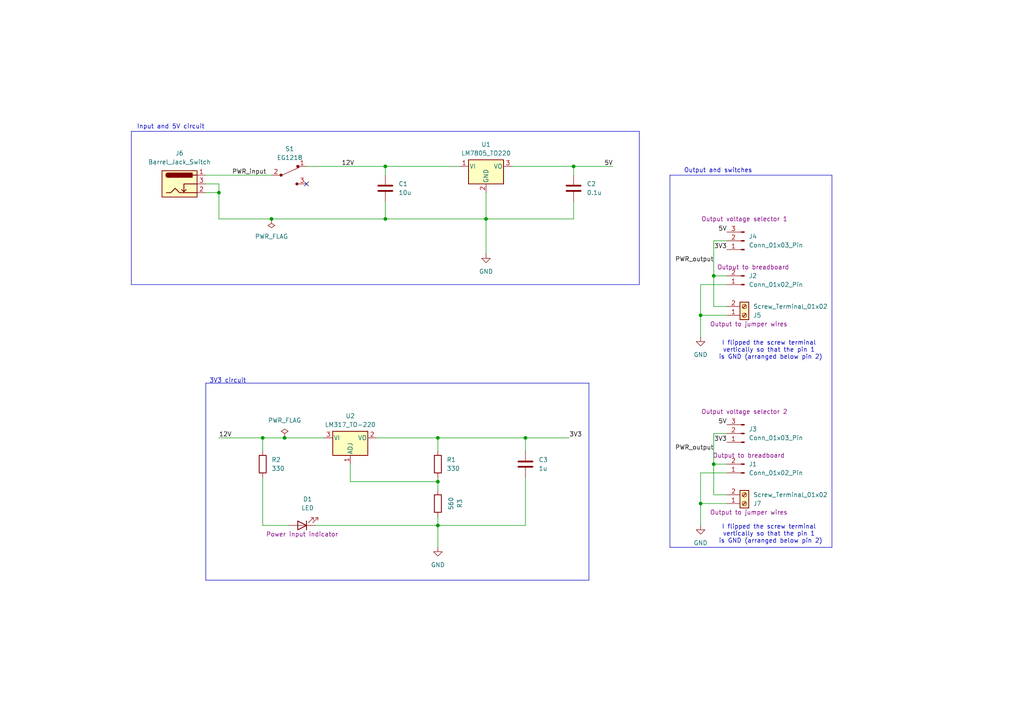
<source format=kicad_sch>
(kicad_sch (version 20250114) (generator "eeschema") (generator_version "9.0")
  (paper "A4")
  (title_block (title "Breadboard Power Supply") (date "2025-12-19") (rev "Version 1") (company "Matthew"))
  (lib_symbols
    (symbol "Connector:Barrel_Jack_Switch" (pin_names (hide yes))
      (property "Reference" "J" (at 0 5.334 0))
      (property "Value" "Barrel_Jack_Switch" (at 0 -5.08 0))
      (symbol "Barrel_Jack_Switch_0_1"
        (rectangle (start -5.08 3.81) (end 5.08 -3.81) (stroke (width 0.254)) (fill (type background)))
        (polyline (pts (xy -3.81 -2.54) (xy -2.54 -2.54) (xy -1.27 -1.27) (xy 0 -2.54) (xy 2.54 -2.54) (xy 5.08 -2.54)) (stroke (width 0.254)))
        (arc (start -3.302 1.905) (mid -3.9343 2.54) (end -3.302 3.175) (stroke (width 0.254)))
        (arc (start -3.302 1.905) (mid -3.9343 2.54) (end -3.302 3.175) (stroke (width 0.254)) (fill (type outline)))
        (polyline (pts (xy 1.27 -2.286) (xy 1.905 -1.651)) (stroke (width 0.254)))
        (rectangle (start 3.683 3.175) (end -3.302 1.905) (stroke (width 0.254)) (fill (type outline)))
        (polyline (pts (xy 5.08 2.54) (xy 3.81 2.54)) (stroke (width 0.254)))
        (polyline (pts (xy 5.08 0) (xy 1.27 0) (xy 1.27 -2.286) (xy 0.635 -1.651)) (stroke (width 0.254)))
      )
      (symbol "Barrel_Jack_Switch_1_1"
        (pin passive line (at 7.62 2.54 180) (length 2.54) (name "~") (number "1"))
        (pin passive line (at 7.62 0 180) (length 2.54) (name "~") (number "3"))
        (pin passive line (at 7.62 -2.54 180) (length 2.54) (name "~") (number "2"))
      )
    )
    (symbol "Connector:Conn_01x02_Pin" (pin_names (offset 1.016) (hide yes))
      (property "Reference" "J" (at 0 2.54 0))
      (property "Value" "Conn_01x02_Pin" (at 0 -5.08 0))
      (symbol "Conn_01x02_Pin_1_1"
        (rectangle (start 0.8636 0.127) (end 0 -0.127) (stroke (width 0.1524)) (fill (type outline)))
        (rectangle (start 0.8636 -2.413) (end 0 -2.667) (stroke (width 0.1524)) (fill (type outline)))
        (polyline (pts (xy 1.27 0) (xy 0.8636 0)) (stroke (width 0.1524)))
        (polyline (pts (xy 1.27 -2.54) (xy 0.8636 -2.54)) (stroke (width 0.1524)))
        (pin passive line (at 5.08 0 180) (length 3.81) (name "Pin_1") (number "1"))
        (pin passive line (at 5.08 -2.54 180) (length 3.81) (name "Pin_2") (number "2"))
      )
    )
    (symbol "Connector:Conn_01x03_Pin" (pin_names (offset 1.016) (hide yes))
      (property "Reference" "J" (at 0 5.08 0))
      (property "Value" "Conn_01x03_Pin" (at 0 -5.08 0))
      (symbol "Conn_01x03_Pin_1_1"
        (rectangle (start 0.8636 2.667) (end 0 2.413) (stroke (width 0.1524)) (fill (type outline)))
        (rectangle (start 0.8636 0.127) (end 0 -0.127) (stroke (width 0.1524)) (fill (type outline)))
        (rectangle (start 0.8636 -2.413) (end 0 -2.667) (stroke (width 0.1524)) (fill (type outline)))
        (polyline (pts (xy 1.27 2.54) (xy 0.8636 2.54)) (stroke (width 0.1524)))
        (polyline (pts (xy 1.27 0) (xy 0.8636 0)) (stroke (width 0.1524)))
        (polyline (pts (xy 1.27 -2.54) (xy 0.8636 -2.54)) (stroke (width 0.1524)))
        (pin passive line (at 5.08 2.54 180) (length 3.81) (name "Pin_1") (number "1"))
        (pin passive line (at 5.08 0 180) (length 3.81) (name "Pin_2") (number "2"))
        (pin passive line (at 5.08 -2.54 180) (length 3.81) (name "Pin_3") (number "3"))
      )
    )
    (symbol "Connector:Screw_Terminal_01x02" (pin_names (offset 1.016) (hide yes))
      (property "Reference" "J" (at 0 2.54 0))
      (property "Value" "Screw_Terminal_01x02" (at 0 -5.08 0))
      (symbol "Screw_Terminal_01x02_1_1"
        (rectangle (start -1.27 1.27) (end 1.27 -3.81) (stroke (width 0.254)) (fill (type background)))
        (polyline (pts (xy -0.5334 0.3302) (xy 0.3302 -0.508)) (stroke (width 0.1524)))
        (polyline (pts (xy -0.5334 -2.2098) (xy 0.3302 -3.048)) (stroke (width 0.1524)))
        (polyline (pts (xy -0.3556 0.508) (xy 0.508 -0.3302)) (stroke (width 0.1524)))
        (polyline (pts (xy -0.3556 -2.032) (xy 0.508 -2.8702)) (stroke (width 0.1524)))
        (circle (center 0 0) (radius 0.635) (stroke (width 0.1524)))
        (circle (center 0 -2.54) (radius 0.635) (stroke (width 0.1524)))
        (pin passive line (at -5.08 0 0) (length 3.81) (name "Pin_1") (number "1"))
        (pin passive line (at -5.08 -2.54 0) (length 3.81) (name "Pin_2") (number "2"))
      )
    )
    (symbol "Device:C" (pin_numbers (hide yes)) (pin_names (offset 0.254))
      (property "Reference" "C" (at 0.635 2.54 0))
      (property "Value" "C" (at 0.635 -2.54 0))
      (symbol "C_0_1"
        (polyline (pts (xy -2.032 0.762) (xy 2.032 0.762)) (stroke (width 0.508)))
        (polyline (pts (xy -2.032 -0.762) (xy 2.032 -0.762)) (stroke (width 0.508)))
      )
      (symbol "C_1_1"
        (pin passive line (at 0 3.81 270) (length 2.794) (name "~") (number "1"))
        (pin passive line (at 0 -3.81 90) (length 2.794) (name "~") (number "2"))
      )
    )
    (symbol "Device:LED" (pin_numbers (hide yes)) (pin_names (offset 1.016) (hide yes))
      (property "Reference" "D" (at 0 2.54 0))
      (property "Value" "LED" (at 0 -2.54 0))
      (symbol "LED_0_1"
        (polyline (pts (xy -3.048 -0.762) (xy -4.572 -2.286) (xy -3.81 -2.286) (xy -4.572 -2.286) (xy -4.572 -1.524)))
        (polyline (pts (xy -1.778 -0.762) (xy -3.302 -2.286) (xy -2.54 -2.286) (xy -3.302 -2.286) (xy -3.302 -1.524)))
        (polyline (pts (xy -1.27 0) (xy 1.27 0)))
        (polyline (pts (xy -1.27 -1.27) (xy -1.27 1.27)) (stroke (width 0.254)))
        (polyline (pts (xy 1.27 -1.27) (xy 1.27 1.27) (xy -1.27 0) (xy 1.27 -1.27)) (stroke (width 0.254)))
      )
      (symbol "LED_1_1"
        (pin passive line (at -3.81 0 0) (length 2.54) (name "K") (number "1"))
        (pin passive line (at 3.81 0 180) (length 2.54) (name "A") (number "2"))
      )
    )
    (symbol "Device:R" (pin_numbers (hide yes)) (pin_names (offset 0))
      (property "Reference" "R" (at 2.032 0 90))
      (property "Value" "R" (at 0 0 90))
      (symbol "R_0_1"
        (rectangle (start -1.016 -2.54) (end 1.016 2.54) (stroke (width 0.254)))
      )
      (symbol "R_1_1"
        (pin passive line (at 0 3.81 270) (length 1.27) (name "~") (number "1"))
        (pin passive line (at 0 -3.81 90) (length 1.27) (name "~") (number "2"))
      )
    )
    (symbol "Regulator_Linear:LM317_TO-220" (pin_names (offset 0.254))
      (property "Reference" "U" (at -3.81 3.175 0))
      (property "Value" "LM317_TO-220" (at 0 3.175 0))
      (symbol "LM317_TO-220_0_1"
        (rectangle (start -5.08 1.905) (end 5.08 -5.08) (stroke (width 0.254)) (fill (type background)))
      )
      (symbol "LM317_TO-220_1_1"
        (pin power_in line (at -7.62 0 0) (length 2.54) (name "VI") (number "3"))
        (pin input line (at 0 -7.62 90) (length 2.54) (name "ADJ") (number "1"))
        (pin power_out line (at 7.62 0 180) (length 2.54) (name "VO") (number "2"))
      )
    )
    (symbol "Regulator_Linear:LM7805_TO220" (pin_names (offset 0.254))
      (property "Reference" "U" (at -3.81 3.175 0))
      (property "Value" "LM7805_TO220" (at 0 3.175 0))
      (symbol "LM7805_TO220_0_1"
        (rectangle (start -5.08 1.905) (end 5.08 -5.08) (stroke (width 0.254)) (fill (type background)))
      )
      (symbol "LM7805_TO220_1_1"
        (pin power_in line (at -7.62 0 0) (length 2.54) (name "VI") (number "1"))
        (pin power_in line (at 0 -7.62 90) (length 2.54) (name "GND") (number "2"))
        (pin power_out line (at 7.62 0 180) (length 2.54) (name "VO") (number "3"))
      )
    )
    (symbol "dk_Slide-Switches:EG1218" (pin_names (offset 0))
      (property "Reference" "S" (at -3.81 2.286 0))
      (property "Value" "EG1218" (at 0 -5.334 0))
      (symbol "EG1218_0_1"
        (circle (center -2.286 0) (radius 0.3556) (fill (type outline)))
        (polyline (pts (xy -2.032 0) (xy 3.048 2.286)))
        (circle (center 2.286 -2.54) (radius 0.3556) (fill (type outline)))
        (circle (center 2.54 2.54) (radius 0.3556) (fill (type outline)))
      )
      (symbol "EG1218_1_1"
        (pin passive line (at -5.08 0 0) (length 2.54) (name "~") (number "2"))
        (pin passive line (at 5.08 2.54 180) (length 2.54) (name "~") (number "1"))
        (pin passive line (at 5.08 -2.54 180) (length 2.54) (name "~") (number "3"))
      )
    )
    (symbol "power:GND" (power) (pin_numbers (hide yes)) (pin_names (offset 0) (hide yes))
      (property "Value" "GND" (at 0 -3.81 0))
      (symbol "GND_0_1"
        (polyline (pts (xy 0 0) (xy 0 -1.27) (xy 1.27 -1.27) (xy 0 -2.54) (xy -1.27 -1.27) (xy 0 -1.27)))
      )
      (symbol "GND_1_1"
        (pin power_in line (at 0 0 270) (length 0) (name "~") (number "1"))
      )
    )
    (symbol "power:PWR_FLAG" (power) (pin_numbers (hide yes)) (pin_names (offset 0) (hide yes))
      (property "Value" "PWR_FLAG" (at 0 3.81 0))
      (symbol "PWR_FLAG_0_0"
        (pin power_out line (at 0 0 90) (length 0) (name "~") (number "1"))
      )
      (symbol "PWR_FLAG_0_1"
        (polyline (pts (xy 0 0) (xy 0 1.27) (xy -1.016 1.905) (xy 0 2.54) (xy 1.016 1.905) (xy 0 1.27)))
      )
    )
  )
  (text "Input and 5V circuit" (at 49.53 36.83 0) (effects (font (size 1.27 1.27))))
  (text "3V3 circuit" (at 66.04 110.49 0) (effects (font (size 1.27 1.27))))
  (text "I flipped the screw terminal \nvertically so that the pin 1 \nis GND (arranged below pin 2)" (at 223.52 154.94 0) (effects (font (size 1.27 1.27))))
  (text "I flipped the screw terminal \nvertically so that the pin 1 \nis GND (arranged below pin 2)" (at 223.52 101.6 0) (effects (font (size 1.27 1.27))))
  (text "Output and switches" (at 208.28 49.53 0) (effects (font (size 1.27 1.27))))
  (junction (at 152.4 127))
  (junction (at 127 127))
  (junction (at 111.76 48.26))
  (junction (at 207.01 80.01))
  (junction (at 127 152.4))
  (junction (at 127 139.7))
  (junction (at 82.55 127))
  (junction (at 111.76 63.5))
  (junction (at 203.2 91.44))
  (junction (at 203.2 146.05))
  (junction (at 76.2 127))
  (junction (at 140.97 63.5))
  (junction (at 166.37 48.26))
  (junction (at 63.5 55.88))
  (junction (at 78.74 63.5))
  (junction (at 207.01 134.62))
  (no_connect (at 88.9 53.34))
  (wire (pts (xy 152.4 127) (xy 127 127)))
  (wire (pts (xy 203.2 82.55) (xy 210.82 82.55)))
  (polyline (pts (xy 38.1 38.1) (xy 185.42 38.1)))
  (wire (pts (xy 203.2 82.55) (xy 203.2 91.44)))
  (wire (pts (xy 91.44 152.4) (xy 127 152.4)))
  (wire (pts (xy 76.2 127) (xy 76.2 130.81)))
  (wire (pts (xy 82.55 127) (xy 93.98 127)))
  (wire (pts (xy 63.5 63.5) (xy 78.74 63.5)))
  (wire (pts (xy 166.37 63.5) (xy 140.97 63.5)))
  (wire (pts (xy 207.01 80.01) (xy 207.01 88.9)))
  (wire (pts (xy 140.97 63.5) (xy 140.97 73.66)))
  (polyline (pts (xy 185.42 82.55) (xy 185.42 38.1)))
  (wire (pts (xy 166.37 48.26) (xy 166.37 50.8)))
  (wire (pts (xy 127 139.7) (xy 127 142.24)))
  (wire (pts (xy 63.5 53.34) (xy 63.5 55.88)))
  (wire (pts (xy 109.22 127) (xy 127 127)))
  (wire (pts (xy 140.97 55.88) (xy 140.97 63.5)))
  (wire (pts (xy 78.74 63.5) (xy 111.76 63.5)))
  (wire (pts (xy 76.2 138.43) (xy 76.2 152.4)))
  (wire (pts (xy 152.4 138.43) (xy 152.4 152.4)))
  (wire (pts (xy 148.59 48.26) (xy 166.37 48.26)))
  (wire (pts (xy 127 127) (xy 127 130.81)))
  (wire (pts (xy 76.2 152.4) (xy 83.82 152.4)))
  (polyline (pts (xy 38.1 82.55) (xy 185.42 82.55)))
  (wire (pts (xy 207.01 143.51) (xy 210.82 143.51)))
  (polyline (pts (xy 241.3 158.75) (xy 241.3 50.8)))
  (wire (pts (xy 63.5 127) (xy 76.2 127)))
  (wire (pts (xy 203.2 137.16) (xy 203.2 146.05)))
  (wire (pts (xy 76.2 127) (xy 82.55 127)))
  (wire (pts (xy 101.6 134.62) (xy 101.6 139.7)))
  (wire (pts (xy 111.76 48.26) (xy 111.76 50.8)))
  (wire (pts (xy 88.9 48.26) (xy 111.76 48.26)))
  (wire (pts (xy 59.69 50.8) (xy 78.74 50.8)))
  (wire (pts (xy 207.01 125.73) (xy 207.01 134.62)))
  (wire (pts (xy 210.82 137.16) (xy 203.2 137.16)))
  (wire (pts (xy 152.4 127) (xy 165.1 127)))
  (wire (pts (xy 210.82 134.62) (xy 207.01 134.62)))
  (wire (pts (xy 111.76 58.42) (xy 111.76 63.5)))
  (wire (pts (xy 111.76 63.5) (xy 140.97 63.5)))
  (wire (pts (xy 203.2 146.05) (xy 203.2 152.4)))
  (wire (pts (xy 127 152.4) (xy 127 158.75)))
  (wire (pts (xy 111.76 48.26) (xy 133.35 48.26)))
  (wire (pts (xy 166.37 58.42) (xy 166.37 63.5)))
  (wire (pts (xy 101.6 139.7) (xy 127 139.7)))
  (wire (pts (xy 207.01 69.85) (xy 207.01 80.01)))
  (polyline (pts (xy 59.69 111.125) (xy 170.815 111.125)))
  (wire (pts (xy 152.4 130.81) (xy 152.4 127)))
  (wire (pts (xy 127 152.4) (xy 127 149.86)))
  (wire (pts (xy 152.4 152.4) (xy 127 152.4)))
  (polyline (pts (xy 170.815 168.275) (xy 59.69 168.275)))
  (polyline (pts (xy 170.815 111.125) (xy 170.815 168.275)))
  (polyline (pts (xy 194.31 50.8) (xy 241.3 50.8)))
  (wire (pts (xy 210.82 69.85) (xy 207.01 69.85)))
  (wire (pts (xy 207.01 134.62) (xy 207.01 143.51)))
  (wire (pts (xy 207.01 88.9) (xy 210.82 88.9)))
  (wire (pts (xy 59.69 53.34) (xy 63.5 53.34)))
  (polyline (pts (xy 59.69 111.125) (xy 59.69 168.275)))
  (wire (pts (xy 210.82 80.01) (xy 207.01 80.01)))
  (wire (pts (xy 166.37 48.26) (xy 177.8 48.26)))
  (wire (pts (xy 127 138.43) (xy 127 139.7)))
  (polyline (pts (xy 194.31 50.8) (xy 194.31 158.75)))
  (wire (pts (xy 203.2 97.79) (xy 203.2 91.44)))
  (polyline (pts (xy 194.31 158.75) (xy 241.3 158.75)))
  (wire (pts (xy 210.82 125.73) (xy 207.01 125.73)))
  (wire (pts (xy 59.69 55.88) (xy 63.5 55.88)))
  (wire (pts (xy 210.82 146.05) (xy 203.2 146.05)))
  (wire (pts (xy 63.5 55.88) (xy 63.5 63.5)))
  (wire (pts (xy 203.2 91.44) (xy 210.82 91.44)))
  (polyline (pts (xy 38.1 38.1) (xy 38.1 82.55)))
  (label "PWR_output" (at 207.01 130.81 180))
  (label "12V" (at 99.06 48.26 0))
  (label "12V" (at 63.5 127 0))
  (label "3V3" (at 210.82 128.27 180))
  (label "PWR_input" (at 67.31 50.8 0))
  (label "3V3" (at 165.1 127 0))
  (label "5V" (at 175.26 48.26 0))
  (label "3V3" (at 210.82 72.39 180))
  (label "5V" (at 210.82 67.31 180))
  (label "5V" (at 210.82 123.19 180))
  (label "PWR_output" (at 207.01 76.2 180))
  (symbol (lib_id "dk_Slide-Switches:EG1218") (at 83.82 50.8 0) (unit 1)
    (property "Reference" "S1" (at 84.0232 43.18 0))
    (property "Value" "EG1218" (at 84.0232 45.72 0))
    (property "Footprint" "digikey-footprints:Switch_Slide_11.6x4mm_EG1218" (effects (hide yes)))
    (property "Datasheet" "http://spec_sheets.e-switch.com/specs/P040040.pdf" (effects (hide yes)))
    (property "Description" "SWITCH SLIDE SPDT 200MA 30V" (effects (hide yes)))
    (property "Digi-Key_PN" "EG1903-ND" (effects (hide yes)))
    (property "MPN" "EG1218" (effects (hide yes)))
    (property "Category" "Switches" (effects (hide yes)))
    (property "Family" "Slide Switches" (effects (hide yes)))
    (property "DK_Datasheet_Link" "http://spec_sheets.e-switch.com/specs/P040040.pdf" (effects (hide yes)))
    (property "DK_Detail_Page" "/product-detail/en/e-switch/EG1218/EG1903-ND/101726" (effects (hide yes)))
    (property "Description_1" "SWITCH SLIDE SPDT 200MA 30V" (effects (hide yes)))
    (property "Manufacturer" "E-Switch" (effects (hide yes)))
    (property "Status" "Active" (effects (hide yes)))
  )
  (symbol (lib_id "Device:C") (at 166.37 54.61 0) (unit 1)
    (property "Reference" "C2" (at 170.18 53.34 0) (effects (justify left)))
    (property "Value" "0.1u" (at 170.18 55.88 0) (effects (justify left)))
    (property "Footprint" "Capacitor_THT:C_Disc_D3.0mm_W1.6mm_P2.50mm" (effects (hide yes)))
    (property "Description" "Unpolarized capacitor" (effects (hide yes)))
  )
  (symbol (lib_id "Device:R") (at 127 134.62 180) (unit 1)
    (property "Reference" "R1" (at 129.54 133.35 0) (effects (justify right)))
    (property "Value" "330" (at 129.54 135.89 0) (effects (justify right)))
    (property "Footprint" "Resistor_THT:R_Axial_DIN0204_L3.6mm_D1.6mm_P7.62mm_Horizontal" (effects (hide yes)))
    (property "Description" "Resistor" (effects (hide yes)))
  )
  (symbol (lib_id "Connector:Conn_01x02_Pin") (at 215.9 82.55 180) (unit 1)
    (property "Reference" "J2" (at 217.17 80.01 0) (effects (justify right)))
    (property "Value" "Conn_01x02_Pin" (at 217.17 82.55 0) (effects (justify right)))
    (property "Footprint" "Connector_PinHeader_2.54mm:PinHeader_1x02_P2.54mm_Vertical" (effects (hide yes)))
    (property "Description" "Generic connector, single row, 01x02, script generated" (effects (hide yes)))
    (property "Purpose" "Output to breadboard" (at 218.44 77.47 0))
  )
  (symbol (lib_id "Device:R") (at 76.2 134.62 180) (unit 1)
    (property "Reference" "R2" (at 78.74 133.35 0) (effects (justify right)))
    (property "Value" "330" (at 78.74 135.89 0) (effects (justify right)))
    (property "Footprint" "Resistor_THT:R_Axial_DIN0204_L3.6mm_D1.6mm_P7.62mm_Horizontal" (effects (hide yes)))
    (property "Description" "Resistor" (effects (hide yes)))
  )
  (symbol (lib_id "power:PWR_FLAG") (at 78.74 63.5 180) (unit 1)
    (property "Reference" "#FLG01" (effects (hide yes)))
    (property "Value" "PWR_FLAG" (at 78.74 68.58 0))
    (property "Description" "Special symbol for telling ERC where power comes from" (effects (hide yes)))
  )
  (symbol (lib_id "Connector:Conn_01x03_Pin") (at 215.9 125.73 180) (unit 1)
    (property "Reference" "J3" (at 217.17 124.46 0) (effects (justify right)))
    (property "Value" "Conn_01x03_Pin" (at 217.17 127 0) (effects (justify right)))
    (property "Footprint" "Connector_PinHeader_2.54mm:PinHeader_1x03_P2.54mm_Vertical" (effects (hide yes)))
    (property "Description" "Generic connector, single row, 01x03, script generated" (effects (hide yes)))
    (property "Purpose" "Output voltage selector 2" (at 215.9 119.38 0))
  )
  (symbol (lib_id "power:PWR_FLAG") (at 82.55 127 0) (unit 1)
    (property "Reference" "#FLG02" (effects (hide yes)))
    (property "Value" "PWR_FLAG" (at 82.55 121.92 0))
    (property "Description" "Special symbol for telling ERC where power comes from" (effects (hide yes)))
  )
  (symbol (lib_id "power:GND") (at 203.2 97.79 0) (unit 1)
    (property "Reference" "#PWR04" (effects (hide yes)))
    (property "Value" "GND" (at 203.2 102.87 0))
    (property "Description" "Power symbol creates a global label with name \"GND\" , ground" (effects (hide yes)))
  )
  (symbol (lib_id "Device:C") (at 152.4 134.62 180) (unit 1)
    (property "Reference" "C3" (at 156.21 133.35 0) (effects (justify right)))
    (property "Value" "1u" (at 156.21 135.89 0) (effects (justify right)))
    (property "Footprint" "Capacitor_THT:C_Disc_D3.0mm_W1.6mm_P2.50mm" (effects (hide yes)))
    (property "Description" "Unpolarized capacitor" (effects (hide yes)))
  )
  (symbol (lib_id "power:GND") (at 203.2 152.4 0) (unit 1)
    (property "Reference" "#PWR03" (effects (hide yes)))
    (property "Value" "GND" (at 203.2 157.48 0))
    (property "Description" "Power symbol creates a global label with name \"GND\" , ground" (effects (hide yes)))
  )
  (symbol (lib_id "Device:C") (at 111.76 54.61 0) (unit 1)
    (property "Reference" "C1" (at 115.57 53.34 0) (effects (justify left)))
    (property "Value" "10u" (at 115.57 55.88 0) (effects (justify left)))
    (property "Footprint" "Capacitor_THT:C_Disc_D3.0mm_W1.6mm_P2.50mm" (effects (hide yes)))
    (property "Description" "Unpolarized capacitor" (effects (hide yes)))
  )
  (symbol (lib_id "Regulator_Linear:LM317_TO-220") (at 101.6 127 0) (unit 1)
    (property "Reference" "U2" (at 101.6 120.65 0))
    (property "Value" "LM317_TO-220" (at 101.6 123.19 0))
    (property "Footprint" "Package_TO_SOT_THT:TO-220-3_Vertical" (effects (hide yes)))
    (property "Datasheet" "http://www.ti.com/lit/ds/symlink/lm317.pdf" (effects (hide yes)))
    (property "Description" "1.5A 35V Adjustable Linear Regulator, TO-220" (effects (hide yes)))
  )
  (symbol (lib_id "Connector:Screw_Terminal_01x02") (at 215.9 91.44 0) (mirror x) (unit 1)
    (property "Reference" "J5" (at 218.44 91.44 0) (effects (justify left)))
    (property "Value" "Screw_Terminal_01x02" (at 218.44 88.9 0) (effects (justify left)))
    (property "Footprint" "TerminalBlock:TerminalBlock_MaiXu_MX126-5.0-02P_1x02_P5.00mm" (effects (hide yes)))
    (property "Description" "Generic screw terminal, single row, 01x02, script generated (kicad-library-utils/schlib/autogen/connector/)" (effects (hide yes)))
    (property "Purpose" "Output to jumper wires" (at 217.17 93.98 0))
  )
  (symbol (lib_id "Regulator_Linear:LM7805_TO220") (at 140.97 48.26 0) (unit 1)
    (property "Reference" "U1" (at 140.97 41.91 0))
    (property "Value" "LM7805_TO220" (at 140.97 44.45 0))
    (property "Footprint" "Package_TO_SOT_THT:TO-220-3_Vertical" (effects (hide yes)))
    (property "Datasheet" "https://www.onsemi.cn/PowerSolutions/document/MC7800-D.PDF" (effects (hide yes)))
    (property "Description" "Positive 1A 35V Linear Regulator, Fixed Output 5V, TO-220" (effects (hide yes)))
  )
  (symbol (lib_id "Connector:Conn_01x02_Pin") (at 215.9 137.16 180) (unit 1)
    (property "Reference" "J1" (at 217.17 134.62 0) (effects (justify right)))
    (property "Value" "Conn_01x02_Pin" (at 217.17 137.16 0) (effects (justify right)))
    (property "Footprint" "Connector_PinHeader_2.54mm:PinHeader_1x02_P2.54mm_Vertical" (effects (hide yes)))
    (property "Description" "Generic connector, single row, 01x02, script generated" (effects (hide yes)))
    (property "Purpose" "Output to breadboard" (at 217.17 132.08 0))
  )
  (symbol (lib_id "Device:R") (at 127 146.05 0) (unit 1)
    (property "Reference" "R3" (at 133.35 146.05 90))
    (property "Value" "560" (at 130.81 146.05 90))
    (property "Footprint" "Resistor_THT:R_Axial_DIN0204_L3.6mm_D1.6mm_P7.62mm_Horizontal" (effects (hide yes)))
    (property "Description" "Resistor" (effects (hide yes)))
  )
  (symbol (lib_id "power:GND") (at 140.97 73.66 0) (unit 1)
    (property "Reference" "#PWR01" (effects (hide yes)))
    (property "Value" "GND" (at 140.97 78.74 0))
    (property "Description" "Power symbol creates a global label with name \"GND\" , ground" (effects (hide yes)))
  )
  (symbol (lib_id "power:GND") (at 127 158.75 0) (unit 1)
    (property "Reference" "#PWR02" (effects (hide yes)))
    (property "Value" "GND" (at 127 163.83 0))
    (property "Description" "Power symbol creates a global label with name \"GND\" , ground" (effects (hide yes)))
  )
  (symbol (lib_id "Connector:Conn_01x03_Pin") (at 215.9 69.85 180) (unit 1)
    (property "Reference" "J4" (at 217.17 68.58 0) (effects (justify right)))
    (property "Value" "Conn_01x03_Pin" (at 217.17 71.12 0) (effects (justify right)))
    (property "Footprint" "Connector_PinHeader_2.54mm:PinHeader_1x03_P2.54mm_Vertical" (effects (hide yes)))
    (property "Description" "Generic connector, single row, 01x03, script generated" (effects (hide yes)))
    (property "Purpose" "Output voltage selector 1" (at 215.9 63.5 0))
  )
  (symbol (lib_id "Device:LED") (at 87.63 152.4 180) (unit 1)
    (property "Reference" "D1" (at 89.2175 144.78 0))
    (property "Value" "LED" (at 89.2175 147.32 0))
    (property "Footprint" "LED_THT:LED_D5.0mm" (effects (hide yes)))
    (property "Description" "Light emitting diode" (effects (hide yes)))
    (property "Sim.Pins" "1=K 2=A" (effects (hide yes)))
    (property "Purpose" "Power input indicator" (at 87.63 154.94 0))
  )
  (symbol (lib_id "Connector:Barrel_Jack_Switch") (at 52.07 53.34 0) (unit 1)
    (property "Reference" "J6" (at 52.07 44.45 0))
    (property "Value" "Barrel_Jack_Switch" (at 52.07 46.99 0))
    (property "Footprint" "Connector_BarrelJack:BarrelJack_Horizontal" (effects (hide yes)))
    (property "Description" "DC Barrel Jack with an internal switch" (effects (hide yes)))
  )
  (symbol (lib_id "Connector:Screw_Terminal_01x02") (at 215.9 146.05 0) (mirror x) (unit 1)
    (property "Reference" "J7" (at 218.44 146.05 0) (effects (justify left)))
    (property "Value" "Screw_Terminal_01x02" (at 218.44 143.51 0) (effects (justify left)))
    (property "Footprint" "TerminalBlock:TerminalBlock_MaiXu_MX126-5.0-02P_1x02_P5.00mm" (effects (hide yes)))
    (property "Description" "Generic screw terminal, single row, 01x02, script generated (kicad-library-utils/schlib/autogen/connector/)" (effects (hide yes)))
    (property "Purpose" "Output to jumper wires" (at 217.17 148.59 0))
  )
)
</source>
